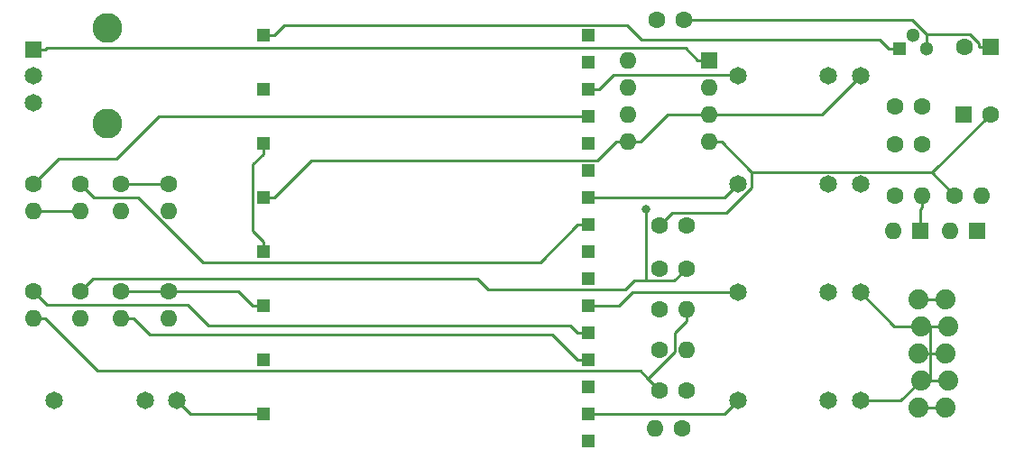
<source format=gtl>
G04 #@! TF.GenerationSoftware,KiCad,Pcbnew,5.1.4-e60b266~84~ubuntu18.04.1*
G04 #@! TF.CreationDate,2019-10-21T00:40:35+01:00*
G04 #@! TF.ProjectId,euroslideymixer,6575726f-736c-4696-9465-796d69786572,rev?*
G04 #@! TF.SameCoordinates,Original*
G04 #@! TF.FileFunction,Copper,L1,Top*
G04 #@! TF.FilePolarity,Positive*
%FSLAX46Y46*%
G04 Gerber Fmt 4.6, Leading zero omitted, Abs format (unit mm)*
G04 Created by KiCad (PCBNEW 5.1.4-e60b266~84~ubuntu18.04.1) date 2019-10-21 00:40:35*
%MOMM*%
%LPD*%
G04 APERTURE LIST*
%ADD10R,1.300000X1.300000*%
%ADD11C,1.300000*%
%ADD12O,1.600000X1.600000*%
%ADD13R,1.600000X1.600000*%
%ADD14C,1.600000*%
%ADD15C,1.650000*%
%ADD16C,2.794000*%
%ADD17R,1.650000X1.650000*%
%ADD18C,1.879600*%
%ADD19R,1.308000X1.308000*%
%ADD20C,0.800000*%
%ADD21C,0.250000*%
G04 APERTURE END LIST*
D10*
X185814000Y-87853600D03*
D11*
X188354000Y-87853600D03*
X187084000Y-86583600D03*
D12*
X190591000Y-104923000D03*
D13*
X193131000Y-104923000D03*
D12*
X185257000Y-104923000D03*
D13*
X187797000Y-104923000D03*
D14*
X194361000Y-94001000D03*
D13*
X191861000Y-94001000D03*
D14*
X191901000Y-87651000D03*
D13*
X194401000Y-87651000D03*
D12*
X160365000Y-88921000D03*
X167985000Y-96541000D03*
X160365000Y-91461000D03*
X167985000Y-94001000D03*
X160365000Y-94001000D03*
X167985000Y-91461000D03*
X160365000Y-96541000D03*
D13*
X167985000Y-88921000D03*
D14*
X165822000Y-108458000D03*
X163322000Y-108458000D03*
X185420000Y-93218000D03*
X187920000Y-93218000D03*
X165822000Y-104394000D03*
X163322000Y-104394000D03*
X163068000Y-85090000D03*
X165568000Y-85090000D03*
X187920000Y-96774000D03*
X185420000Y-96774000D03*
X163322000Y-119888000D03*
X165822000Y-119888000D03*
X163322000Y-116078000D03*
D12*
X165862000Y-116078000D03*
X112789000Y-103094000D03*
D14*
X112789000Y-100554000D03*
X117234000Y-110587000D03*
D12*
X117234000Y-113127000D03*
X193548000Y-101600000D03*
D14*
X191008000Y-101600000D03*
X185420000Y-101600000D03*
D12*
X187960000Y-101600000D03*
X112789000Y-113127000D03*
D14*
X112789000Y-110587000D03*
X108979000Y-110587000D03*
D12*
X108979000Y-113127000D03*
X162872000Y-123444000D03*
D14*
X165412000Y-123444000D03*
X163322000Y-112268000D03*
D12*
X165862000Y-112268000D03*
X104534000Y-113127000D03*
D14*
X104534000Y-110587000D03*
X108979000Y-100554000D03*
D12*
X108979000Y-103094000D03*
X117234000Y-103094000D03*
D14*
X117234000Y-100554000D03*
X104534000Y-100554000D03*
D12*
X104534000Y-103094000D03*
D15*
X182154000Y-90393600D03*
X179154000Y-90393600D03*
X170654000Y-90393600D03*
X182154000Y-100554000D03*
X179154000Y-100554000D03*
X170654000Y-100554000D03*
X182154000Y-110714000D03*
X179154000Y-110714000D03*
X170654000Y-110714000D03*
X182154000Y-120874000D03*
X179154000Y-120874000D03*
X170654000Y-120874000D03*
X118019000Y-120874000D03*
X115019000Y-120874000D03*
X106519000Y-120874000D03*
D16*
X111519000Y-85893600D03*
X111519000Y-94893600D03*
D15*
X104519000Y-92893600D03*
X104519000Y-90393600D03*
D17*
X104519000Y-87893600D03*
D18*
X187592000Y-121509000D03*
X187846000Y-118969000D03*
X187592000Y-116429000D03*
X187846000Y-113889000D03*
X187592000Y-111349000D03*
X190132000Y-121509000D03*
X190386000Y-118969000D03*
X190132000Y-116429000D03*
X190386000Y-113889000D03*
X190132000Y-111349000D03*
D19*
X126124000Y-91663600D03*
X126124000Y-86583600D03*
X156604000Y-86583600D03*
X156604000Y-89123600D03*
X156604000Y-91663600D03*
X156604000Y-94203600D03*
X126124000Y-101824000D03*
X126124000Y-96744000D03*
X156604000Y-96744000D03*
X156604000Y-99284000D03*
X156604000Y-101824000D03*
X156604000Y-104364000D03*
X126124000Y-111984000D03*
X126124000Y-106904000D03*
X156604000Y-106904000D03*
X156604000Y-109444000D03*
X156604000Y-111984000D03*
X156604000Y-114524000D03*
X126124000Y-122144000D03*
X126124000Y-117064000D03*
X156604000Y-117064000D03*
X156604000Y-119604000D03*
X156604000Y-122144000D03*
X156604000Y-124684000D03*
D20*
X162051700Y-102947300D03*
D21*
X126124000Y-111984000D02*
X125144700Y-111984000D01*
X125144700Y-111984000D02*
X123747700Y-110587000D01*
X123747700Y-110587000D02*
X117234000Y-110587000D01*
X112789000Y-100554000D02*
X117234000Y-100554000D01*
X188661400Y-113889000D02*
X187846000Y-113889000D01*
X190386000Y-113889000D02*
X188661400Y-113889000D01*
X188661400Y-113889000D02*
X188661400Y-116429000D01*
X188661400Y-116429000D02*
X187592000Y-116429000D01*
X190132000Y-116429000D02*
X188661400Y-116429000D01*
X188661400Y-116429000D02*
X188661400Y-118969000D01*
X188661400Y-118969000D02*
X187846000Y-118969000D01*
X190386000Y-118969000D02*
X188661400Y-118969000D01*
X182154000Y-110714000D02*
X185329000Y-113889000D01*
X185329000Y-113889000D02*
X187846000Y-113889000D01*
X167985000Y-94001000D02*
X178546600Y-94001000D01*
X178546600Y-94001000D02*
X182154000Y-90393600D01*
X161490300Y-96541000D02*
X164030300Y-94001000D01*
X164030300Y-94001000D02*
X167985000Y-94001000D01*
X160365000Y-96541000D02*
X159239700Y-96541000D01*
X126124000Y-101824000D02*
X127103300Y-101824000D01*
X127103300Y-101824000D02*
X130622700Y-98304600D01*
X130622700Y-98304600D02*
X157476100Y-98304600D01*
X157476100Y-98304600D02*
X159239700Y-96541000D01*
X160365000Y-96541000D02*
X161490300Y-96541000D01*
X112789000Y-110587000D02*
X117234000Y-110587000D01*
X187846000Y-118969000D02*
X185941000Y-120874000D01*
X185941000Y-120874000D02*
X182154000Y-120874000D01*
X126124000Y-122144000D02*
X119289000Y-122144000D01*
X119289000Y-122144000D02*
X118019000Y-120874000D01*
X185814000Y-87853600D02*
X184838700Y-87853600D01*
X126124000Y-86583600D02*
X127103300Y-86583600D01*
X127103300Y-86583600D02*
X128082700Y-85604200D01*
X128082700Y-85604200D02*
X160229900Y-85604200D01*
X160229900Y-85604200D02*
X161581000Y-86955300D01*
X161581000Y-86955300D02*
X183940400Y-86955300D01*
X183940400Y-86955300D02*
X184838700Y-87853600D01*
X126124000Y-96744000D02*
X126124000Y-97723300D01*
X126124000Y-106904000D02*
X126124000Y-105924700D01*
X126124000Y-105924700D02*
X125144700Y-104945400D01*
X125144700Y-104945400D02*
X125144700Y-98702600D01*
X125144700Y-98702600D02*
X126124000Y-97723300D01*
X187960000Y-101600000D02*
X187960000Y-102725300D01*
X187960000Y-102725300D02*
X187797000Y-102888300D01*
X187797000Y-102888300D02*
X187797000Y-104923000D01*
X188354000Y-86511300D02*
X188354000Y-87853600D01*
X165568000Y-85090000D02*
X186989900Y-85090000D01*
X186989900Y-85090000D02*
X188354000Y-86454100D01*
X188354000Y-86454100D02*
X188354000Y-86511300D01*
X193275700Y-87651000D02*
X193275700Y-87369700D01*
X193275700Y-87369700D02*
X192417300Y-86511300D01*
X192417300Y-86511300D02*
X188354000Y-86511300D01*
X194401000Y-87651000D02*
X193275700Y-87651000D01*
X188885000Y-99477000D02*
X188811600Y-99403600D01*
X188811600Y-99403600D02*
X171972900Y-99403600D01*
X191008000Y-101600000D02*
X188885000Y-99477000D01*
X194361000Y-94001000D02*
X188885000Y-99477000D01*
X171972900Y-99403600D02*
X169110300Y-96541000D01*
X163322000Y-104394000D02*
X164447400Y-103268600D01*
X164447400Y-103268600D02*
X169580000Y-103268600D01*
X169580000Y-103268600D02*
X171972900Y-100875700D01*
X171972900Y-100875700D02*
X171972900Y-99403600D01*
X167985000Y-96541000D02*
X169110300Y-96541000D01*
X156604000Y-91663600D02*
X157583300Y-91663600D01*
X157583300Y-91663600D02*
X158940100Y-90306800D01*
X158940100Y-90306800D02*
X170567200Y-90306800D01*
X170567200Y-90306800D02*
X170654000Y-90393600D01*
X156604000Y-101824000D02*
X169384000Y-101824000D01*
X169384000Y-101824000D02*
X170654000Y-100554000D01*
X157583300Y-111984000D02*
X159493700Y-111984000D01*
X159493700Y-111984000D02*
X160763700Y-110714000D01*
X160763700Y-110714000D02*
X170654000Y-110714000D01*
X156604000Y-111984000D02*
X157583300Y-111984000D01*
X156604000Y-122144000D02*
X169384000Y-122144000D01*
X169384000Y-122144000D02*
X170654000Y-120874000D01*
X162233500Y-118799500D02*
X163322000Y-119888000D01*
X105659300Y-113127000D02*
X110575700Y-118043400D01*
X110575700Y-118043400D02*
X161477400Y-118043400D01*
X161477400Y-118043400D02*
X162233500Y-118799500D01*
X165862000Y-113393300D02*
X164736700Y-114518600D01*
X164736700Y-114518600D02*
X164736700Y-116296300D01*
X164736700Y-116296300D02*
X162233500Y-118799500D01*
X165862000Y-112268000D02*
X165862000Y-113393300D01*
X104534000Y-113127000D02*
X105659300Y-113127000D01*
X104534000Y-103094000D02*
X108979000Y-103094000D01*
X156604000Y-94203600D02*
X116275800Y-94203600D01*
X116275800Y-94203600D02*
X112334500Y-98144900D01*
X112334500Y-98144900D02*
X106943100Y-98144900D01*
X106943100Y-98144900D02*
X104534000Y-100554000D01*
X156604000Y-104364000D02*
X155624700Y-104364000D01*
X155624700Y-104364000D02*
X152105300Y-107883400D01*
X152105300Y-107883400D02*
X120426400Y-107883400D01*
X120426400Y-107883400D02*
X114367000Y-101824000D01*
X114367000Y-101824000D02*
X110249000Y-101824000D01*
X110249000Y-101824000D02*
X108979000Y-100554000D01*
X104534000Y-110587000D02*
X105804000Y-111857000D01*
X105804000Y-111857000D02*
X118988700Y-111857000D01*
X118988700Y-111857000D02*
X120933600Y-113801900D01*
X120933600Y-113801900D02*
X154902600Y-113801900D01*
X154902600Y-113801900D02*
X155624700Y-114524000D01*
X156604000Y-114524000D02*
X155624700Y-114524000D01*
X162051700Y-109625800D02*
X162051700Y-102947300D01*
X108979000Y-110587000D02*
X110142700Y-109423300D01*
X110142700Y-109423300D02*
X146213000Y-109423300D01*
X146213000Y-109423300D02*
X147222300Y-110432600D01*
X147222300Y-110432600D02*
X160090000Y-110432600D01*
X160090000Y-110432600D02*
X160896800Y-109625800D01*
X160896800Y-109625800D02*
X162051700Y-109625800D01*
X162051700Y-109625800D02*
X164654200Y-109625800D01*
X164654200Y-109625800D02*
X165822000Y-108458000D01*
X167985000Y-88921000D02*
X166859700Y-88921000D01*
X104519000Y-87893600D02*
X105669300Y-87893600D01*
X105669300Y-87893600D02*
X105767200Y-87795700D01*
X105767200Y-87795700D02*
X165734400Y-87795700D01*
X165734400Y-87795700D02*
X166859700Y-88921000D01*
X190132000Y-121509000D02*
X187592000Y-121509000D01*
X190132000Y-111349000D02*
X187592000Y-111349000D01*
X113914300Y-113127000D02*
X115489900Y-114702600D01*
X115489900Y-114702600D02*
X153263300Y-114702600D01*
X153263300Y-114702600D02*
X155624700Y-117064000D01*
X112789000Y-113127000D02*
X113914300Y-113127000D01*
X156604000Y-117064000D02*
X155624700Y-117064000D01*
M02*

</source>
